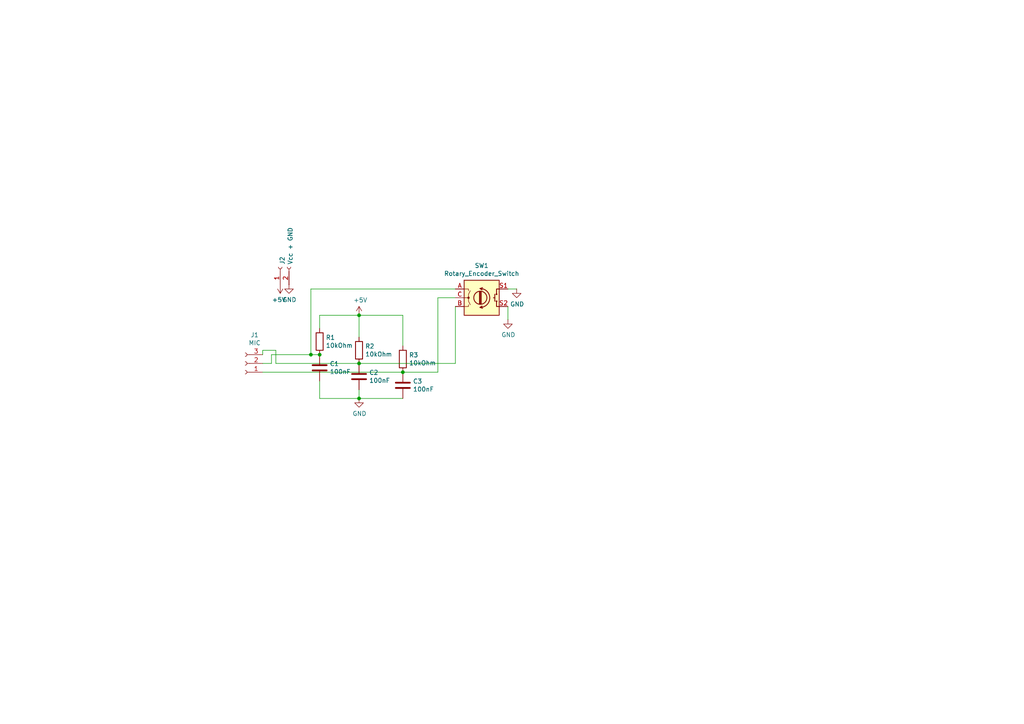
<source format=kicad_sch>
(kicad_sch (version 20250114) (generator "eeschema") (generator_version "9.0")
  (paper "A4")
  (lib_symbols
    (symbol "Connector:Conn_01x02_Female" (pin_names (offset 1.016) (hide yes))
      (property "Reference" "J" (at 0 2.54 0))
      (property "Value" "Connector_Conn_01x02_Female" (at 0 -5.08 0))
      (symbol "Conn_01x02_Female_1_1"
        (polyline (pts (xy -1.27 0) (xy -0.508 0)) (stroke (width 0.1524)))
        (polyline (pts (xy -1.27 -2.54) (xy -0.508 -2.54)) (stroke (width 0.1524)))
        (arc (start 0 -0.508) (mid -0.508 0) (end 0 0.508) (stroke (width 0.1524)))
        (arc (start 0 -3.048) (mid -0.508 -2.54) (end 0 -2.032) (stroke (width 0.1524)))
        (pin passive line (at -5.08 0 0) (length 3.81) (name "Pin_1") (number "1"))
        (pin passive line (at -5.08 -2.54 0) (length 3.81) (name "Pin_2") (number "2"))
      )
    )
    (symbol "Connector:Conn_01x03_Female" (pin_names (offset 1.016) (hide yes))
      (property "Reference" "J" (at 0 5.08 0))
      (property "Value" "Connector_Conn_01x03_Female" (at 0 -5.08 0))
      (symbol "Conn_01x03_Female_1_1"
        (polyline (pts (xy -1.27 2.54) (xy -0.508 2.54)) (stroke (width 0.1524)))
        (polyline (pts (xy -1.27 0) (xy -0.508 0)) (stroke (width 0.1524)))
        (polyline (pts (xy -1.27 -2.54) (xy -0.508 -2.54)) (stroke (width 0.1524)))
        (arc (start 0 2.032) (mid -0.508 2.54) (end 0 3.048) (stroke (width 0.1524)))
        (arc (start 0 -0.508) (mid -0.508 0) (end 0 0.508) (stroke (width 0.1524)))
        (arc (start 0 -3.048) (mid -0.508 -2.54) (end 0 -2.032) (stroke (width 0.1524)))
        (pin passive line (at -5.08 2.54 0) (length 3.81) (name "Pin_1") (number "1"))
        (pin passive line (at -5.08 0 0) (length 3.81) (name "Pin_2") (number "2"))
        (pin passive line (at -5.08 -2.54 0) (length 3.81) (name "Pin_3") (number "3"))
      )
    )
    (symbol "Device:C" (pin_numbers (hide yes)) (pin_names (offset 0.254))
      (property "Reference" "C" (at 0.635 2.54 0))
      (property "Value" "C" (at 0.635 -2.54 0))
      (symbol "C_0_1"
        (polyline (pts (xy -2.032 0.762) (xy 2.032 0.762)) (stroke (width 0.508)))
        (polyline (pts (xy -2.032 -0.762) (xy 2.032 -0.762)) (stroke (width 0.508)))
      )
      (symbol "C_1_1"
        (pin passive line (at 0 3.81 270) (length 2.794) (name "~") (number "1"))
        (pin passive line (at 0 -3.81 90) (length 2.794) (name "~") (number "2"))
      )
    )
    (symbol "Device:R" (pin_numbers (hide yes)) (pin_names (offset 0))
      (property "Reference" "R" (at 2.032 0 90))
      (property "Value" "R" (at 0 0 90))
      (symbol "R_0_1"
        (rectangle (start -1.016 -2.54) (end 1.016 2.54) (stroke (width 0.254)))
      )
      (symbol "R_1_1"
        (pin passive line (at 0 3.81 270) (length 1.27) (name "~") (number "1"))
        (pin passive line (at 0 -3.81 90) (length 1.27) (name "~") (number "2"))
      )
    )
    (symbol "Device:Rotary_Encoder_Switch" (pin_names (offset 0.254) (hide yes))
      (property "Reference" "SW" (at 0 6.604 0))
      (property "Value" "Device_Rotary_Encoder_Switch" (at 0 -6.604 0))
      (symbol "Rotary_Encoder_Switch_0_1"
        (rectangle (start -5.08 5.08) (end 5.08 -5.08) (stroke (width 0.254)) (fill (type background)))
        (polyline (pts (xy -5.08 2.54) (xy -3.81 2.54) (xy -3.81 2.032)))
        (polyline (pts (xy -5.08 0) (xy -3.81 0) (xy -3.81 -1.016) (xy -3.302 -2.032)))
        (polyline (pts (xy -5.08 -2.54) (xy -3.81 -2.54) (xy -3.81 -2.032)))
        (polyline (pts (xy -4.318 0) (xy -3.81 0) (xy -3.81 1.016) (xy -3.302 2.032)))
        (circle (center -3.81 0) (radius 0.254) (fill (type outline)))
        (polyline (pts (xy -0.635 -1.778) (xy -0.635 1.778)) (stroke (width 0.254)))
        (arc (start -0.381 2.667) (mid 2.3368 -0.0508) (end -0.381 -2.794) (stroke (width 0.254)))
        (circle (center -0.381 0) (radius 1.905) (stroke (width 0.254)))
        (polyline (pts (xy -0.381 -1.778) (xy -0.381 1.778)) (stroke (width 0.254)))
        (polyline (pts (xy -0.127 1.778) (xy -0.127 -1.778)) (stroke (width 0.254)))
        (polyline (pts (xy 0.254 2.921) (xy -0.508 2.667) (xy 0.127 2.286)) (stroke (width 0.254)))
        (polyline (pts (xy 0.254 -3.048) (xy -0.508 -2.794) (xy 0.127 -2.413)) (stroke (width 0.254)))
        (polyline (pts (xy 3.81 1.016) (xy 3.81 -1.016)) (stroke (width 0.254)))
        (polyline (pts (xy 3.81 0) (xy 3.429 0)) (stroke (width 0.254)))
        (circle (center 4.318 1.016) (radius 0.127) (stroke (width 0.254)))
        (circle (center 4.318 -1.016) (radius 0.127) (stroke (width 0.254)))
        (polyline (pts (xy 5.08 2.54) (xy 4.318 2.54) (xy 4.318 1.016)) (stroke (width 0.254)))
        (polyline (pts (xy 5.08 -2.54) (xy 4.318 -2.54) (xy 4.318 -1.016)) (stroke (width 0.254)))
      )
      (symbol "Rotary_Encoder_Switch_1_1"
        (pin passive line (at -7.62 2.54 0) (length 2.54) (name "A") (number "A"))
        (pin passive line (at -7.62 0 0) (length 2.54) (name "C") (number "C"))
        (pin passive line (at -7.62 -2.54 0) (length 2.54) (name "B") (number "B"))
        (pin passive line (at 7.62 2.54 180) (length 2.54) (name "S1") (number "S1"))
        (pin passive line (at 7.62 -2.54 180) (length 2.54) (name "S2") (number "S2"))
      )
    )
    (symbol "power:+5V" (power) (pin_numbers (hide yes)) (pin_names (offset 0) (hide yes))
      (property "Value" "+5V" (at 0 3.556 0))
      (symbol "+5V_0_1"
        (polyline (pts (xy -0.762 1.27) (xy 0 2.54)))
        (polyline (pts (xy 0 2.54) (xy 0.762 1.27)))
        (polyline (pts (xy 0 0) (xy 0 2.54)))
      )
      (symbol "+5V_1_1"
        (pin power_in line (at 0 0 90) (length 0) (name "~") (number "1"))
      )
    )
    (symbol "power:GND" (power) (pin_numbers (hide yes)) (pin_names (offset 0) (hide yes))
      (property "Value" "GND" (at 0 -3.81 0))
      (symbol "GND_0_1"
        (polyline (pts (xy 0 0) (xy 0 -1.27) (xy 1.27 -1.27) (xy 0 -2.54) (xy -1.27 -1.27) (xy 0 -1.27)))
      )
      (symbol "GND_1_1"
        (pin power_in line (at 0 0 270) (length 0) (name "~") (number "1"))
      )
    )
  )
  (junction (at 90.17 102.87))
  (junction (at 116.84 107.95))
  (junction (at 104.14 105.41))
  (junction (at 92.71 102.87))
  (junction (at 104.14 115.57))
  (junction (at 104.14 91.44))
  (wire (pts (xy 90.17 83.82) (xy 132.08 83.82)))
  (wire (pts (xy 116.84 91.44) (xy 116.84 100.33)))
  (wire (pts (xy 127 107.95) (xy 116.84 107.95)))
  (wire (pts (xy 92.71 115.57) (xy 92.71 110.49)))
  (wire (pts (xy 78.74 105.41) (xy 76.2 105.41)))
  (wire (pts (xy 76.2 101.6) (xy 76.2 102.87)))
  (wire (pts (xy 80.01 101.6) (xy 76.2 101.6)))
  (wire (pts (xy 132.08 88.9) (xy 132.08 105.41)))
  (wire (pts (xy 78.74 102.87) (xy 78.74 105.41)))
  (wire (pts (xy 147.32 92.71) (xy 147.32 88.9)))
  (wire (pts (xy 104.14 97.79) (xy 104.14 91.44)))
  (wire (pts (xy 127 86.36) (xy 127 107.95)))
  (wire (pts (xy 132.08 86.36) (xy 127 86.36)))
  (wire (pts (xy 92.71 91.44) (xy 92.71 95.25)))
  (wire (pts (xy 90.17 83.82) (xy 90.17 102.87)))
  (wire (pts (xy 90.17 102.87) (xy 92.71 102.87)))
  (wire (pts (xy 104.14 115.57) (xy 116.84 115.57)))
  (wire (pts (xy 80.01 105.41) (xy 104.14 105.41)))
  (wire (pts (xy 78.74 102.87) (xy 90.17 102.87)))
  (wire (pts (xy 104.14 91.44) (xy 116.84 91.44)))
  (wire (pts (xy 80.01 105.41) (xy 80.01 101.6)))
  (wire (pts (xy 92.71 91.44) (xy 104.14 91.44)))
  (wire (pts (xy 76.2 107.95) (xy 116.84 107.95)))
  (wire (pts (xy 92.71 115.57) (xy 104.14 115.57)))
  (wire (pts (xy 147.32 83.82) (xy 149.86 83.82)))
  (wire (pts (xy 132.08 105.41) (xy 104.14 105.41)))
  (wire (pts (xy 104.14 115.57) (xy 104.14 113.03)))
  (symbol (lib_id "Device:Rotary_Encoder_Switch") (at 139.7 86.36 0) (unit 1)
    (property "Reference" "SW1" (at 139.7 77.0382 0))
    (property "Value" "Rotary_Encoder_Switch" (at 139.7 79.3496 0))
    (property "Footprint" "Rotary_encoder_library:Rotary_Encoder_pantilt" (effects (hide yes)))
  )
  (symbol (lib_id "power:GND") (at 149.86 83.82 0) (unit 1)
    (property "Reference" "#PWR06" (effects (hide yes)))
    (property "Value" "GND" (at 149.987 88.2142 0))
  )
  (symbol (lib_id "Device:R") (at 116.84 104.14 0) (unit 1)
    (property "Reference" "R3" (at 118.618 102.9716 0) (effects (justify left)))
    (property "Value" "10kOhm" (at 118.618 105.283 0) (effects (justify left)))
    (property "Footprint" "Resistor_THT:R_Axial_DIN0309_L9.0mm_D3.2mm_P12.70mm_Horizontal" (effects (hide yes)))
  )
  (symbol (lib_id "Device:R") (at 104.14 101.6 0) (unit 1)
    (property "Reference" "R2" (at 105.918 100.4316 0) (effects (justify left)))
    (property "Value" "10kOhm" (at 105.918 102.743 0) (effects (justify left)))
    (property "Footprint" "Resistor_THT:R_Axial_DIN0309_L9.0mm_D3.2mm_P12.70mm_Horizontal" (effects (hide yes)))
  )
  (symbol (lib_id "Device:R") (at 92.71 99.06 0) (unit 1)
    (property "Reference" "R1" (at 94.488 97.8916 0) (effects (justify left)))
    (property "Value" "10kOhm" (at 94.488 100.203 0) (effects (justify left)))
    (property "Footprint" "Resistor_THT:R_Axial_DIN0309_L9.0mm_D3.2mm_P12.70mm_Horizontal" (effects (hide yes)))
  )
  (symbol (lib_id "Connector:Conn_01x03_Female") (at 71.12 105.41 180) (unit 1)
    (property "Reference" "J1" (at 73.8632 97.155 0))
    (property "Value" "MIC" (at 73.8632 99.4664 0))
    (property "Footprint" "Connector_PinHeader_2.54mm:PinHeader_1x03_P2.54mm_Vertical" (effects (hide yes)))
  )
  (symbol (lib_id "Connector:Conn_01x02_Female") (at 81.28 77.47 90) (unit 1)
    (property "Reference" "J2" (at 81.8896 76.7588 0) (effects (justify left)))
    (property "Value" "Vcc + GND" (at 84.201 76.7588 0) (effects (justify left)))
    (property "Footprint" "Connector_PinHeader_2.54mm:PinHeader_2x01_P2.54mm_Vertical" (effects (hide yes)))
  )
  (symbol (lib_id "power:GND") (at 83.82 82.55 0) (unit 1)
    (property "Reference" "#PWR05" (effects (hide yes)))
    (property "Value" "GND" (at 83.947 86.9442 0))
  )
  (symbol (lib_id "power:+5V") (at 81.28 82.55 180) (unit 1)
    (property "Reference" "#PWR04" (effects (hide yes)))
    (property "Value" "+5V" (at 80.899 86.9442 0))
  )
  (symbol (lib_id "power:+5V") (at 104.14 91.44 0) (unit 1)
    (property "Reference" "#PWR01" (effects (hide yes)))
    (property "Value" "+5V" (at 104.521 87.0458 0))
  )
  (symbol (lib_id "Device:C") (at 116.84 111.76 0) (unit 1)
    (property "Reference" "C3" (at 119.761 110.5916 0) (effects (justify left)))
    (property "Value" "100nF" (at 119.761 112.903 0) (effects (justify left)))
    (property "Footprint" "Capacitor_THT:C_Disc_D5.0mm_W2.5mm_P2.50mm" (effects (hide yes)))
  )
  (symbol (lib_id "Device:C") (at 104.14 109.22 0) (unit 1)
    (property "Reference" "C2" (at 107.061 108.0516 0) (effects (justify left)))
    (property "Value" "100nF" (at 107.061 110.363 0) (effects (justify left)))
    (property "Footprint" "Capacitor_THT:C_Disc_D5.0mm_W2.5mm_P2.50mm" (effects (hide yes)))
  )
  (symbol (lib_id "Device:C") (at 92.71 106.68 0) (unit 1)
    (property "Reference" "C1" (at 95.631 105.5116 0) (effects (justify left)))
    (property "Value" "100nF" (at 95.631 107.823 0) (effects (justify left)))
    (property "Footprint" "Capacitor_THT:C_Disc_D5.0mm_W2.5mm_P2.50mm" (effects (hide yes)))
  )
  (symbol (lib_id "power:GND") (at 104.14 115.57 0) (unit 1)
    (property "Reference" "#PWR02" (effects (hide yes)))
    (property "Value" "GND" (at 104.267 119.9642 0))
  )
  (symbol (lib_id "power:GND") (at 147.32 92.71 0) (unit 1)
    (property "Reference" "#PWR07" (effects (hide yes)))
    (property "Value" "GND" (at 147.447 97.1042 0))
  )
)
</source>
